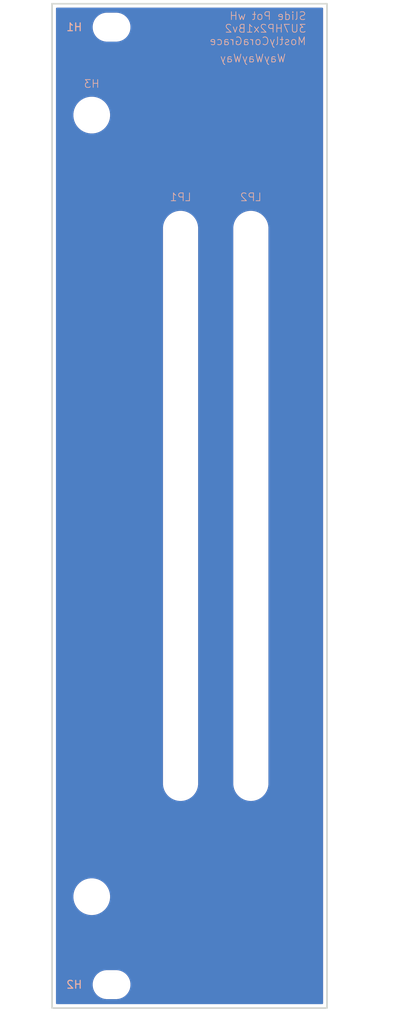
<source format=kicad_pcb>
(kicad_pcb (version 20241229) (generator "pcbnew") (generator_version "9.0")
  (layers (0 "F.Cu" signal) (2 "B.Cu" signal) (13 "F.Paste" user) (15 "B.Paste" user) (5 "F.SilkS" user "F.Silkscreen") (7 "B.SilkS" user "B.Silkscreen") (1 "F.Mask" user) (3 "B.Mask" user) (25 "Edge.Cuts" user))
  (net 0 "")
  (footprint "EXC:Linear_Potentiometer_75mm_M2_Panel_Mount_Top" (layer "F.Cu") (at 25.45 66.675)
    (property "Reference" "LP2" (at 0 -39.5 0) (layer "B.SilkS") (effects (font (thickness 0.1)) (justify mirror)))
    (property "Value" "Linear_Potentiometer_75mm_M2_Panel_Mount_Top")
    (pad "" np_thru_hole oval (at 0 0) (size 4 75) (drill oval 4 75) (layers "*.Cu" "*.Mask"))
  )
  (footprint "EXC:MountingHole_3.2mm_M3" (layer "F.Cu") (at 7.62 5.425)
    (property "Reference" "H1" (at -3.683 0 0) (layer "B.SilkS") (effects (justify left mirror)))
    (property "Value" "Eurorack_M3_MountingHole")
    (pad "" np_thru_hole oval (at 0 0) (size 4.34 3.2) (drill oval 4.34 3.2) (layers "*.Cu" "*.Mask"))
  )
  (footprint "EXC:Linear_Potentiometer_75mm_M2_Panel_Mount_Top" (layer "F.Cu") (at 16.45 66.675)
    (property "Reference" "LP1" (at 0 -39.5 0) (layer "B.SilkS") (effects (font (thickness 0.1)) (justify mirror)))
    (property "Value" "Linear_Potentiometer_75mm_M2_Panel_Mount_Top")
    (pad "" np_thru_hole oval (at 0 0) (size 4 75) (drill oval 4 75) (layers "*.Cu" "*.Mask"))
  )
  (footprint "EXC:Handle_3UM4P100_A" (layer "F.Cu") (at 5.08 16.675)
    (property "Reference" "H3" (at 0 -4 0) (layer "B.SilkS") (effects (font (thickness 0.1)) (justify mirror)))
    (property "Value" "Handle_3UM4P100_PanelMount")
    (pad "" np_thru_hole circle (at 0 0) (size 4.2 4.2) (drill 4.2) (layers "*.Cu" "*.Mask"))
    (pad "" np_thru_hole circle (at 0 100) (size 4.2 4.2) (drill 4.2) (layers "*.Cu" "*.Mask"))
  )
  (footprint "EXC:MountingHole_3.2mm_M3" (layer "F.Cu") (at 7.62 127.925)
    (property "Reference" "H2" (at -3.683 0 0) (layer "B.SilkS") (effects (justify left mirror)))
    (property "Value" "Eurorack_M3_MountingHole")
    (pad "" np_thru_hole oval (at 0 0) (size 4.34 3.2) (drill oval 4.34 3.2) (layers "*.Cu" "*.Mask"))
  )
  (gr_rect (start 0 2.425) (end 35.2 130.925) (stroke (width 0.2)) (fill no) (layer "Edge.Cuts"))
  (gr_text "Slide Pot wH\n3U7HP2x1Bv2\nMostlyCoraGrace" (at 32.6 7.8 0) (layer "B.SilkS") (effects (font (size 1 1) (thickness 0.1)) (justify left bottom mirror)))
  (gr_text "WayWayWay" (at 30 10 0) (layer "B.SilkS") (effects (font (size 1 1) (thickness 0.1)) (justify left bottom mirror)))
  (zone (net 0) (net_name "") (layers "F.Cu" "B.Cu") (connect_pads (clearance 0.5)) (min_thickness 0.25) (fill yes (thermal_gap 0.5) (thermal_bridge_width 0.5) (island_removal_mode 1) (island_area_min 10))
    (polygon (pts (xy 0 2.425) (xy 35.2 2.425) (xy 35.2 130.925) (xy 0 130.925)))
  )
)
</source>
